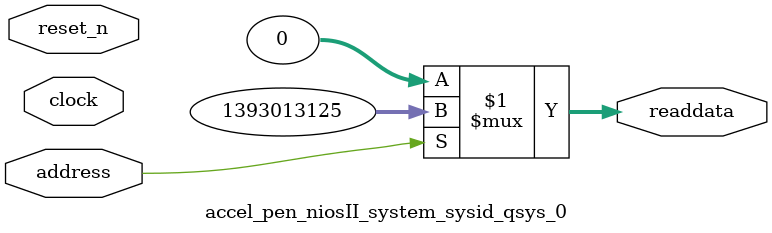
<source format=v>

`timescale 1ns / 1ps
// synthesis translate_on

// turn off superfluous verilog processor warnings 
// altera message_level Level1 
// altera message_off 10034 10035 10036 10037 10230 10240 10030 

module accel_pen_niosII_system_sysid_qsys_0 (
               // inputs:
                address,
                clock,
                reset_n,

               // outputs:
                readdata
             )
;

  output  [ 31: 0] readdata;
  input            address;
  input            clock;
  input            reset_n;

  wire    [ 31: 0] readdata;
  //control_slave, which is an e_avalon_slave
  assign readdata = address ? 1393013125 : 0;

endmodule




</source>
